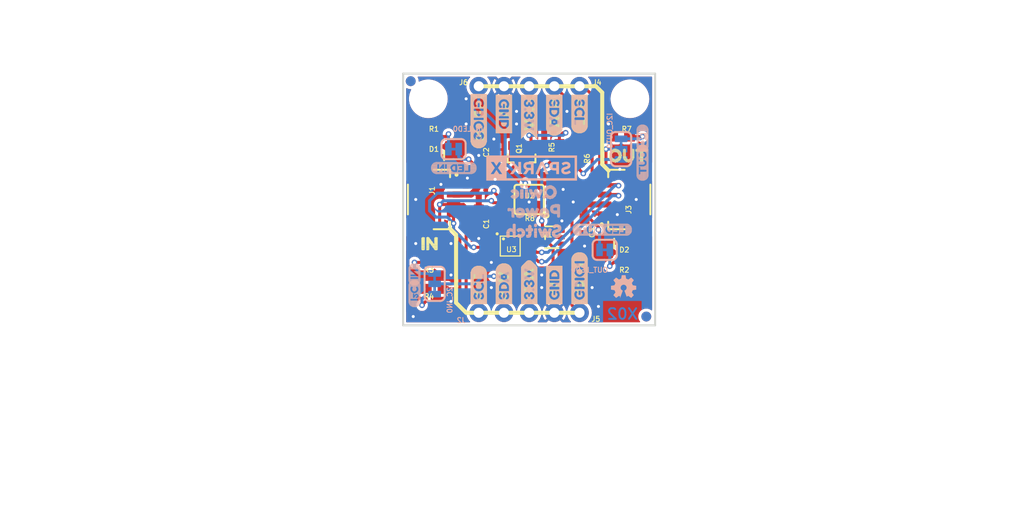
<source format=kicad_pcb>
(kicad_pcb (version 20211014) (generator pcbnew)
  (layers (0 "F.Cu" signal) (31 "B.Cu" signal) (34 "B.Paste" user) (35 "F.Paste" user) (36 "B.SilkS" user "B.Silkscreen") (37 "F.SilkS" user "F.Silkscreen") (38 "B.Mask" user) (39 "F.Mask" user) (44 "Edge.Cuts" user))
  (net 0 "")
  (net 1 "3.3V")
  (net 2 "GND")
  (net 3 "N$1")
  (net 4 "N$2")
  (net 5 "N$3")
  (net 6 "N$9")
  (net 7 "N$4")
  (net 8 "SDA")
  (net 9 "SCL")
  (net 10 "N$7")
  (net 11 "VOUT")
  (net 12 "GPIO0")
  (net 13 "N$5")
  (net 14 "N$6")
  (net 15 "GPIO1")
  (net 16 "GPIO2")
  (net 17 "N$8")
  (net 18 "N$10")
  (net 19 "SDA_OUT")
  (net 20 "SCL_OUT")
  (net 21 "N$12")
  (net 22 "GPIO3")
  (footprint "eagleBoard:1X01_NO_SILK" (layer "F.Cu") (at 153.5811 116.4336)
    (fp_text reference "J5" (at 1.143 0.635) (layer "F.SilkS") (effects (font (size 0.512064 0.512064) (thickness 0.097536)) (justify left)))
    (fp_text value "")
    (pad "1" thru_hole circle (at 0 0 90) (size 1.8796 1.8796) (drill 1.016) (layers *.Cu *.Mask) (net 15 "GPIO1"))
  )
  (footprint "eagleBoard:JST04_1MM_RA" (layer "F.Cu") (at 140.8811 105.0036 -90)
    (fp_text reference "J1" (at -1.397 2.159 90) (layer "F.SilkS") (effects (font (size 0.512064 0.512064) (thickness 0.097536)) (justify right)))
    (fp_text value "Qwiic Right Angle" hide)
    (pad "1" smd roundrect (at -1.5 0 270) (size 0.6 1.35) (layers "F.Cu" "F.Paste" "F.Mask") (roundrect_rratio 0.08466666667) (net 2 "GND"))
    (pad "2" smd roundrect (at -0.5 0 270) (size 0.6 1.35) (layers "F.Cu" "F.Paste" "F.Mask") (roundrect_rratio 0.08466666667) (net 1 "3.3V"))
    (pad "3" smd roundrect (at 0.5 0 270) (size 0.6 1.35) (layers "F.Cu" "F.Paste" "F.Mask") (roundrect_rratio 0.08466666667) (net 8 "SDA"))
    (pad "4" smd roundrect (at 1.5 0 270) (size 0.6 1.35) (layers "F.Cu" "F.Paste" "F.Mask") (roundrect_rratio 0.08466666667) (net 9 "SCL"))
    (pad "NC1" smd roundrect (at 2.8 3.675 270) (size 1.2 2) (layers "F.Cu" "F.Paste" "F.Mask") (roundrect_rratio 0.04233333333))
    (pad "NC2" smd roundrect (at -2.8 3.675 270) (size 1.2 2) (layers "F.Cu" "F.Paste" "F.Mask") (roundrect_rratio 0.04233333333))
  )
  (footprint "eagleBoard:GPIO20" (layer "F.Cu") (at 143.4211 93.8276 -90)
    (fp_text reference "U$25" hide)
    (fp_text value "" hide)
  )
  (footprint "eagleBoard:3#3V0" (layer "F.Cu") (at 148.5011 93.9546 -90)
    (fp_text reference "U$12" hide)
    (fp_text value "" hide)
  )
  (footprint "eagleBoard:LED-0603" (layer "F.Cu") (at 158.6611 109.4486 180)
    (fp_text reference "D2" (at 0 -0.635) (layer "F.SilkS") (effects (font (size 0.512064 0.512064) (thickness 0.097536)) (justify right)))
    (fp_text value "GREEN" hide)
    (pad "A" smd roundrect (at -0.877 0 90) (size 1 1) (layers "F.Cu" "F.Paste" "F.Mask") (roundrect_rratio 0.15) (net 6 "N$9"))
    (pad "C" smd roundrect (at 0.877 0 90) (size 1 1) (layers "F.Cu" "F.Paste" "F.Mask") (roundrect_rratio 0.15) (net 2 "GND"))
  )
  (footprint "eagleBoard:IN0" (layer "F.Cu") (at 136.4361 109.4486)
    (fp_text reference "U$28" hide)
    (fp_text value "" hide)
  )
  (footprint "eagleBoard:MSOP8" (layer "F.Cu") (at 148.5011 105.0036 180)
    (fp_text reference "U2" (at -0.635 0.381) (layer "F.SilkS") (effects (font (size 0.516128 0.516128) (thickness 0.093472)) (justify right)))
    (fp_text value "PCA9536" hide)
    (pad "1" smd roundrect (at -2.25 -0.975 90) (size 0.4 1.1) (layers "F.Cu" "F.Paste" "F.Mask") (roundrect_rratio 0.127) (net 12 "GPIO0"))
    (pad "2" smd roundrect (at -2.25 -0.325 90) (size 0.4 1.1) (layers "F.Cu" "F.Paste" "F.Mask") (roundrect_rratio 0.127) (net 15 "GPIO1"))
    (pad "3" smd roundrect (at -2.25 0.325 90) (size 0.4 1.1) (layers "F.Cu" "F.Paste" "F.Mask") (roundrect_rratio 0.127) (net 16 "GPIO2"))
    (pad "4" smd roundrect (at -2.25 0.975 90) (size 0.4 1.1) (layers "F.Cu" "F.Paste" "F.Mask") (roundrect_rratio 0.127) (net 2 "GND"))
    (pad "5" smd roundrect (at 2.25 0.975 90) (size 0.4 1.1) (layers "F.Cu" "F.Paste" "F.Mask") (roundrect_rratio 0.127) (net 22 "GPIO3"))
    (pad "6" smd roundrect (at 2.25 0.325 90) (size 0.4 1.1) (layers "F.Cu" "F.Paste" "F.Mask") (roundrect_rratio 0.127) (net 9 "SCL"))
    (pad "7" smd roundrect (at 2.25 -0.325 90) (size 0.4 1.1) (layers "F.Cu" "F.Paste" "F.Mask") (roundrect_rratio 0.127) (net 8 "SDA"))
    (pad "8" smd roundrect (at 2.25 -0.975 90) (size 0.4 1.1) (layers "F.Cu" "F.Paste" "F.Mask") (roundrect_rratio 0.127) (net 1 "3.3V"))
  )
  (footprint "eagleBoard:3#3V0" (layer "F.Cu") (at 148.5011 116.0526 90)
    (fp_text reference "U$23" hide)
    (fp_text value "" hide)
  )
  (footprint "eagleBoard:VSSOP_8PIN" (layer "F.Cu") (at 146.5961 109.7026)
    (fp_text reference "U3" (at -0.458 0.344) (layer "F.SilkS") (effects (font (size 0.5176 0.5176) (thickness 0.092)) (justify left)))
    (fp_text value "")
    (pad "P1" smd roundrect (at -1.55 -0.75) (size 0.8 0.3) (layers "F.Cu") (roundrect_rratio 0.1693333333) (net 2 "GND"))
    (pad "P2" smd roundrect (at -1.55 -0.25) (size 0.8 0.3) (layers "F.Cu") (roundrect_rratio 0.1693333333) (net 1 "3.3V"))
    (pad "P3" smd roundrect (at -1.55 0.25) (size 0.8 0.3) (layers "F.Cu") (roundrect_rratio 0.1693333333) (net 9 "SCL"))
    (pad "P4" smd roundrect (at -1.55 0.75) (size 0.8 0.3) (layers "F.Cu") (roundrect_rratio 0.1693333333) (net 8 "SDA"))
    (pad "P5" smd roundrect (at 1.55 0.75) (size 0.8 0.3) (layers "F.Cu") (roundrect_rratio 0.1693333333) (net 19 "SDA_OUT"))
    (pad "P6" smd roundrect (at 1.55 0.25) (size 0.8 0.3) (layers "F.Cu") (roundrect_rratio 0.1693333333) (net 20 "SCL_OUT"))
    (pad "P7" smd roundrect (at 1.55 -0.25) (size 0.8 0.3) (layers "F.Cu") (roundrect_rratio 0.1693333333) (net 21 "N$12"))
    (pad "P8" smd roundrect (at 1.55 -0.75) (size 0.8 0.3) (layers "F.Cu") (roundrect_rratio 0.1693333333) (net 22 "GPIO3"))
  )
  (footprint "eagleBoard:1X04_NO_SILK" (layer "F.Cu") (at 145.9611 93.5736)
    (fp_text reference "J4" (at 8.89 -0.381) (layer "F.SilkS") (effects (font (size 0.512064 0.512064) (thickness 0.097536)) (justify left)))
    (fp_text value "PTH" hide)
    (pad "1" thru_hole circle (at 0 0 90) (size 1.8796 1.8796) (drill 1.016) (layers *.Cu *.Mask) (net 2 "GND"))
    (pad "2" thru_hole circle (at 2.54 0 90) (size 1.8796 1.8796) (drill 1.016) (layers *.Cu *.Mask) (net 11 "VOUT"))
    (pad "3" thru_hole circle (at 5.08 0 90) (size 1.8796 1.8796) (drill 1.016) (layers *.Cu *.Mask) (net 19 "SDA_OUT"))
    (pad "4" thru_hole circle (at 7.62 0 90) (size 1.8796 1.8796) (drill 1.016) (layers *.Cu *.Mask) (net 20 "SCL_OUT"))
  )
  (footprint "eagleBoard:JST04_1MM_RA" (layer "F.Cu") (at 156.1211 105.0036 90)
    (fp_text reference "J3" (at -1.524 2.413 90) (layer "F.SilkS") (effects (font (size 0.512064 0.512064) (thickness 0.097536)) (justify left)))
    (fp_text value "Qwiic Right Angle" hide)
    (pad "1" smd roundrect (at -1.5 0 90) (size 0.6 1.35) (layers "F.Cu" "F.Paste" "F.Mask") (roundrect_rratio 0.08466666667) (net 2 "GND"))
    (pad "2" smd roundrect (at -0.5 0 90) (size 0.6 1.35) (layers "F.Cu" "F.Paste" "F.Mask") (roundrect_rratio 0.08466666667) (net 11 "VOUT"))
    (pad "3" smd roundrect (at 0.5 0 90) (size 0.6 1.35) (layers "F.Cu" "F.Paste" "F.Mask") (roundrect_rratio 0.08466666667) (net 19 "SDA_OUT"))
    (pad "4" smd roundrect (at 1.5 0 90) (size 0.6 1.35) (layers "F.Cu" "F.Paste" "F.Mask") (roundrect_rratio 0.08466666667) (net 20 "SCL_OUT"))
    (pad "NC1" smd roundrect (at 2.8 3.675 90) (size 1.2 2) (layers "F.Cu" "F.Paste" "F.Mask") (roundrect_rratio 0.04233333333))
    (pad "NC2" smd roundrect (at -2.8 3.675 90) (size 1.2 2) (layers "F.Cu" "F.Paste" "F.Mask") (roundrect_rratio 0.04233333333))
  )
  (footprint "eagleBoard:SCL9" (layer "F.Cu") (at 143.4211 116.0526 90)
    (fp_text reference "U$17" hide)
    (fp_text value "" hide)
  )
  (footprint "eagleBoard:0603" (layer "F.Cu") (at 154.0891 107.7976 -90)
    (fp_text reference "C3" (at 0 -0.762 90) (layer "F.SilkS") (effects (font (size 0.512064 0.512064) (thickness 0.097536)) (justify right)))
    (fp_text value "0.1uF" hide)
    (pad "1" smd roundrect (at -0.85 0 270) (size 1.1 1) (layers "F.Cu" "F.Paste" "F.Mask") (roundrect_rratio 0.0508) (net 11 "VOUT"))
    (pad "2" smd roundrect (at 0.85 0 270) (size 1.1 1) (layers "F.Cu" "F.Paste" "F.Mask") (roundrect_rratio 0.0508) (net 2 "GND"))
  )
  (footprint "eagleBoard:0603" (layer "F.Cu") (at 158.6611 111.3536 180)
    (fp_text reference "R2" (at 0 -0.762) (layer "F.SilkS") (effects (font (size 0.512064 0.512064) (thickness 0.097536)) (justify right)))
    (fp_text value "470" hide)
    (pad "1" smd roundrect (at -0.85 0 180) (size 1.1 1) (layers "F.Cu" "F.Paste" "F.Mask") (roundrect_rratio 0.0508) (net 6 "N$9"))
    (pad "2" smd roundrect (at 0.85 0 180) (size 1.1 1) (layers "F.Cu" "F.Paste" "F.Mask") (roundrect_rratio 0.0508) (net 10 "N$7"))
  )
  (footprint "eagleBoard:LED-0603" (layer "F.Cu") (at 138.3411 100.5586)
    (fp_text reference "D1" (at 0 -0.635) (layer "F.SilkS") (effects (font (size 0.512064 0.512064) (thickness 0.097536)) (justify left)))
    (fp_text value "RED" hide)
    (pad "A" smd roundrect (at -0.877 0 270) (size 1 1) (layers "F.Cu" "F.Paste" "F.Mask") (roundrect_rratio 0.15) (net 5 "N$3"))
    (pad "C" smd roundrect (at 0.877 0 270) (size 1 1) (layers "F.Cu" "F.Paste" "F.Mask") (roundrect_rratio 0.15) (net 2 "GND"))
  )
  (footprint "eagleBoard:0603" (layer "F.Cu") (at 157.7721 98.6536)
    (fp_text reference "R7" (at 0 -0.762) (layer "F.SilkS") (effects (font (size 0.512064 0.512064) (thickness 0.097536)) (justify left)))
    (fp_text value "2.2k" hide)
    (pad "1" smd roundrect (at -0.85 0) (size 1.1 1) (layers "F.Cu" "F.Paste" "F.Mask") (roundrect_rratio 0.0508) (net 20 "SCL_OUT"))
    (pad "2" smd roundrect (at 0.85 0) (size 1.1 1) (layers "F.Cu" "F.Paste" "F.Mask") (roundrect_rratio 0.0508) (net 17 "N$8"))
  )
  (footprint "eagleBoard:SDA8" (layer "F.Cu") (at 145.9611 116.0526 90)
    (fp_text reference "U$15" hide)
    (fp_text value "" hide)
  )
  (footprint "eagleBoard:GPIO10" (layer "F.Cu") (at 153.5811 116.0526 90)
    (fp_text reference "U$24" hide)
    (fp_text value "" hide)
  )
  (footprint "eagleBoard:0603" (layer "F.Cu") (at 138.3411 98.6536)
    (fp_text reference "R1" (at 0 -0.762) (layer "F.SilkS") (effects (font (size 0.512064 0.512064) (thickness 0.097536)) (justify left)))
    (fp_text value "1k" hide)
    (pad "1" smd roundrect (at -0.85 0) (size 1.1 1) (layers "F.Cu" "F.Paste" "F.Mask") (roundrect_rratio 0.0508) (net 5 "N$3"))
    (pad "2" smd roundrect (at 0.85 0) (size 1.1 1) (layers "F.Cu" "F.Paste" "F.Mask") (roundrect_rratio 0.0508) (net 7 "N$4"))
  )
  (footprint "eagleBoard:0603" (layer "F.Cu") (at 151.5491 100.3046 90)
    (fp_text reference "R5" (at 0 -0.762 90) (layer "F.SilkS") (effects (font (size 0.512064 0.512064) (thickness 0.097536)) (justify left)))
    (fp_text value "1k" hide)
    (pad "1" smd roundrect (at -0.85 0 90) (size 1.1 1) (layers "F.Cu" "F.Paste" "F.Mask") (roundrect_rratio 0.0508) (net 13 "N$5"))
    (pad "2" smd roundrect (at 0.85 0 90) (size 1.1 1) (layers "F.Cu" "F.Paste" "F.Mask") (roundrect_rratio 0.0508) (net 14 "N$6"))
  )
  (footprint "eagleBoard:0603" (layer "F.Cu") (at 143.4211 106.9086 -90)
    (fp_text reference "C1" (at 0 -0.762 90) (layer "F.SilkS") (effects (font (size 0.512064 0.512064) (thickness 0.097536)) (justify right)))
    (fp_text value "0.1uF" hide)
    (pad "1" smd roundrect (at -0.85 0 270) (size 1.1 1) (layers "F.Cu" "F.Paste" "F.Mask") (roundrect_rratio 0.0508) (net 1 "3.3V"))
    (pad "2" smd roundrect (at 0.85 0 270) (size 1.1 1) (layers "F.Cu" "F.Paste" "F.Mask") (roundrect_rratio 0.0508) (net 2 "GND"))
  )
  (footprint "eagleBoard:SOT353" (layer "F.Cu") (at 150.7871 108.8136 90)
    (fp_text reference "U1" (at 0.254 0.127) (layer "F.SilkS") (effects (font (size 0.512064 0.512064) (thickness 0.097536)) (justify right)))
    (fp_text value "74HC1G04" hide)
    (pad "1" smd roundrect (at -0.65 0.95 90) (size 0.42 0.7) (layers "F.Cu" "F.Paste" "F.Mask") (roundrect_rratio 0.120952381))
    (pad "2" smd roundrect (at 0 0.95 90) (size 0.42 0.7) (layers "F.Cu" "F.Paste" "F.Mask") (roundrect_rratio 0.120952381) (net 12 "GPIO0"))
    (pad "3" smd roundrect (at 0.65 0.95 90) (size 0.42 0.7) (layers "F.Cu" "F.Paste" "F.Mask") (roundrect_rratio 0.120952381) (net 2 "GND"))
    (pad "4" smd roundrect (at 0.65 -0.95 90) (size 0.42 0.7) (layers "F.Cu" "F.Paste" "F.Mask") (roundrect_rratio 0.120952381) (net 13 "N$5"))
    (pad "5" smd roundrect (at -0.65 -0.95 90) (size 0.42 0.7) (layers "F.Cu" "F.Paste" "F.Mask") (roundrect_rratio 0.120952381) (net 1 "3.3V"))
  )
  (footprint "eagleBoard:SCL9" (layer "F.Cu") (at 153.5811 93.9546 -90)
    (fp_text reference "U$6" hide)
    (fp_text value "" hide)
  )
  (footprint "eagleBoard:0603" (layer "F.Cu") (at 146.5961 107.5436 180)
    (fp_text reference "R8" (at -2.54 0.635) (layer "F.SilkS") (effects (font (size 0.512064 0.512064) (thickness 0.097536)) (justify right)))
    (fp_text value "200k" hide)
    (pad "1" smd roundrect (at -0.85 0 180) (size 1.1 1) (layers "F.Cu" "F.Paste" "F.Mask") (roundrect_rratio 0.0508) (net 21 "N$12"))
    (pad "2" smd roundrect (at 0.85 0 180) (size 1.1 1) (layers "F.Cu" "F.Paste" "F.Mask") (roundrect_rratio 0.0508) (net 1 "3.3V"))
  )
  (footprint "eagleBoard:1X01_NO_SILK" (layer "F.Cu") (at 143.4211 93.5736)
    (fp_text reference "J6" (at -2.032 -0.381) (layer "F.SilkS") (effects (font (size 0.512064 0.512064) (thickness 0.097536)) (justify left)))
    (fp_text value "")
    (pad "1" thru_hole circle (at 0 0 90) (size 1.8796 1.8796) (drill 1.016) (layers *.Cu *.Mask) (net 16 "GPIO2"))
  )
  (footprint "eagleBoard:0603" (layer "F.Cu") (at 144.9451 100.8126 90)
    (fp_text reference "C2" (at 0 -0.762 90) (layer "F.SilkS") (effects (font (size 0.512064 0.512064) (thickness 0.097536)) (justify left)))
    (fp_text value "10uF" hide)
    (pad "1" smd roundrect (at -0.85 0 90) (size 1.1 1) (layers "F.Cu" "F.Paste" "F.Mask") (roundrect_rratio 0.0508) (net 1 "3.3V"))
    (pad "2" smd roundrect (at 0.85 0 90) (size 1.1 1) (layers "F.Cu" "F.Paste" "F.Mask") (roundrect_rratio 0.0508) (net 2 "GND"))
  )
  (footprint "eagleBoard:STAND-OFF" (layer "F.Cu") (at 158.6611 94.8436)
    (fp_text reference "JP4" hide)
    (fp_text value "STAND-OFF" hide)
    (pad "" np_thru_hole circle (at 0 0) (size 3.302 3.302) (drill 3.302) (layers *.Cu *.Mask))
  )
  (footprint "eagleBoard:OUT0" (layer "F.Cu") (at 155.3591 100.5586)
    (fp_text reference "U$31" hide)
    (fp_text value "" hide)
  )
  (footprint "eagleBoard:FIDUCIAL-1X2" (layer "F.Cu") (at 160.3121 116.8146)
    (fp_text reference "JP2" hide)
    (fp_text value "FIDUCIAL1X2" hide)
    (pad "1" smd roundrect (at 0 0) (size 1 1) (layers "F.Cu" "F.Mask") (roundrect_rratio 0.5))
  )
  (footprint "eagleBoard:0603" (layer "F.Cu") (at 153.5811 100.3046 -90)
    (fp_text reference "R6" (at 0 -0.762 90) (layer "F.SilkS") (effects (font (size 0.512064 0.512064) (thickness 0.097536)) (justify right)))
    (fp_text value "2.2k" hide)
    (pad "1" smd roundrect (at -0.85 0 270) (size 1.1 1) (layers "F.Cu" "F.Paste" "F.Mask") (roundrect_rratio 0.0508) (net 19 "SDA_OUT"))
    (pad "2" smd roundrect (at 0.85 0 270) (size 1.1 1) (layers "F.Cu" "F.Paste" "F.Mask") (roundrect_rratio 0.0508) (net 18 "N$10"))
  )
  (footprint "eagleBoard:0603" (layer "F.Cu") (at 138.9761 111.3536 180)
    (fp_text reference "R3" (at 0 -0.762) (layer "F.SilkS") (effects (font (size 0.512064 0.512064) (thickness 0.097536)) (justify right)))
    (fp_text value "2.2k" hide)
    (pad "1" smd roundrect (at -0.85 0 180) (size 1.1 1) (layers "F.Cu" "F.Paste" "F.Mask") (roundrect_rratio 0.0508) (net 8 "SDA"))
    (pad "2" smd roundrect (at 0.85 0 180) (size 1.1 1) (layers "F.Cu" "F.Paste" "F.Mask") (roundrect_rratio 0.0508) (net 4 "N$2"))
  )
  (footprint "eagleBoard:0603" (layer "F.Cu") (at 138.9761 114.0206 180)
    (fp_text reference "R4" (at 0 -0.762) (layer "F.SilkS") (effects (font (size 0.512064 0.512064) (thickness 0.097536)) (justify right)))
    (fp_text value "2.2k" hide)
    (pad "1" smd roundrect (at -0.85 0 180) (size 1.1 1) (layers "F.Cu" "F.Paste" "F.Mask") (roundrect_rratio 0.0508) (net 9 "SCL"))
    (pad "2" smd roundrect (at 0.85 0 180) (size 1.1 1) (layers "F.Cu" "F.Paste" "F.Mask") (roundrect_rratio 0.0508) (net 3 "N$1"))
  )
  (footprint "eagleBoard:GND1" (layer "F.Cu") (at 151.0411 116.0526 90)
    (fp_text reference "U$13" hide)
    (fp_text value "" hide)
  )
  (footprint "eagleBoard:SDA8" (layer "F.Cu") (at 151.0411 93.9546 -90)
    (fp_text reference "U$5" hide)
    (fp_text value "" hide)
  )
  (footprint "eagleBoard:FIDUCIAL-1X2" (layer "F.Cu") (at 136.5631 93.0656)
    (fp_text reference "JP6" hide)
    (fp_text value "FIDUCIAL1X2" hide)
    (pad "1" smd roundrect (at 0 0) (size 1 1) (layers "F.Cu" "F.Mask") (roundrect_rratio 0.5))
  )
  (footprint "eagleBoard:GND1" (layer "F.Cu") (at 145.9611 93.9546 -90)
    (fp_text reference "U$3" hide)
    (fp_text value "" hide)
  )
  (footprint "eagleBoard:SOT23-3" (layer "F.Cu") (at 147.7391 100.5586 180)
    (fp_text reference "Q1" (at 0.254 1.27 90) (layer "F.SilkS") (effects (font (size 0.512064 0.512064) (thickness 0.097536)) (justify right)))
    (fp_text value "20V/4.2A/52mΩ/1.4W" hide)
    (pad "1" smd roundrect (at -0.95 1 180) (size 0.8 0.9) (layers "F.Cu" "F.Paste" "F.Mask") (roundrect_rratio 0.0635) (net 14 "N$6"))
    (pad "2" smd roundrect (at 0.95 1 180) (size 0.8 0.9) (layers "F.Cu" "F.Paste" "F.Mask") (roundrect_rratio 0.0635) (net 1 "3.3V"))
    (pad "3" smd roundrect (at 0 -1.1 180) (size 0.8 0.9) (layers "F.Cu" "F.Paste" "F.Mask") (roundrect_rratio 0.0635) (net 11 "VOUT"))
  )
  (footprint "eagleBoard:STAND-OFF" (layer "F.Cu") (at 138.3411 94.8436)
    (fp_text reference "JP3" hide)
    (fp_text value "STAND-OFF" hide)
    (pad "" np_thru_hole circle (at 0 0) (size 3.302 3.302) (drill 3.302) (layers *.Cu *.Mask))
  )
  (footprint "eagleBoard:CREATIVE_COMMONS" (layer "F.Cu") (at 115.4811 135.4836)
    (fp_text reference "FRAME1" hide)
    (fp_text value "FRAME-LETTER" hide)
  )
  (footprint "eagleBoard:3#3V0" (layer "B.Cu") (at 148.5011 93.9546 -90)
    (fp_text reference "U$7" hide)
    (fp_text value "" hide)
  )
  (footprint "eagleBoard:SMT-JUMPER_2_NC_TRACE_SILK" (layer "B.Cu") (at 156.1211 110.0836 180)
    (fp_text reference "OUT_LED0" (at -0.381 -2.032) (layer "B.SilkS") (effects (font (size 0.512064 0.512064) (thickness 0.097536)) (justify left mirror)))
    (fp_text value "OUT_LED" hide)
    (fp_poly (pts (xy 0.1905 -0.13335) (xy -0.70485 -0.13335) (xy -0.70485 0.13335) (xy 0.1905 0.13335)) (layer "B.Cu") (width 0) (fill solid))
    (pad "1" smd roundrect (at -0.5207 0 180) (size 0.6604 1.27) (layers "B.Cu" "B.Mask") (roundrect_rratio 0.07692307692) (net 10 "N$7"))
    (pad "2" smd roundrect (at 0.5207 0 180) (size 0.6604 1.27) (layers "B.Cu" "B.Mask") (roundrect_rratio 0.07692307692) (net 11 "VOUT"))
  )
  (footprint "eagleBoard:OUT0" (layer "B.Cu") (at 159.9311 99.4156 -90)
    (fp_text reference "U$14" hide)
    (fp_text value "" hide)
  )
  (footprint "eagleBoard:POWER0" (layer "B.Cu") (at 152.8191 106.1466 180)
    (fp_text reference "U$32" hide)
    (fp_text value "" hide)
  )
  (footprint "eagleBoard:IN0" (layer "B.Cu") (at 136.9441 113.7666 90)
    (fp_text reference "U$1" hide)
    (fp_text value "" hide)
  )
  (footprint "eagleBoard:LED_OUT0" (layer "B.Cu") (at 158.9151 108.0516 180)
    (fp_text reference "U$30" hide)
    (fp_text value "" hide)
  )
  (footprint "eagleBoard:SCL9" (layer "B.Cu") (at 153.5811 93.9546 -90)
    (fp_text reference "U$26" hide)
    (fp_text value "" hide)
  )
  (footprint "eagleBoard:SMT-JUMPER_3_2-NC_TRACE_SILK" (layer "B.Cu") (at 157.7721 99.9236 -90)
    (fp_text reference "I2C_OUT0" (at 0 1.143 -270) (layer "B.SilkS") (effects (font (size 0.512064 0.512064) (thickness 0.097536)) (justify right mirror)))
    (fp_text value "JUMPER-SMT_3_2-NC_TRACE_SILK" hide)
    (fp_poly (pts (xy 0.7112 -0.13335) (xy -0.7112 -0.13335) (xy -0.7112 0.13335) (xy 0.7112 0.13335)) (layer "B.Cu") (width 0) (fill solid))
    (pad "1" smd roundrect (at -1.0414 0 270) (size 0.6604 1.27) (layers "B.Cu" "B.Mask") (roundrect_rratio 0.07692307692) (net 17 "N$8"))
    (pad "2" smd roundrect (at 0 0 270) (size 0.6604 1.27) (layers "B.Cu" "B.Mask") (roundrect_rratio 0.07692307692) (net 11 "VOUT"))
    (pad "3" smd roundrect (at 1.0414 0 270) (size 0.6604 1.27) (layers "B.Cu" "B.Mask") (roundrect_rratio 0.07692307692) (net 18 "N$10"))
  )
  (footprint "eagleBoard:LED_IN0" (layer "B.Cu") (at 143.2941 101.8286 180)
    (fp_text reference "U$29" hide)
    (fp_text value "" hide)
  )
  (footprint "eagleBoard:SMT-JUMPER_2_NC_TRACE_SILK" (layer "B.Cu") (at 140.8811 99.9236)
    (fp_text reference "IN_LED0" (at -0.127 -2.032) (layer "B.SilkS") (effects (font (size 0.512064 0.512064) (thickness 0.097536)) (justify right mirror)))
    (fp_text value "IN_LED" hide)
    (fp_poly (pts (xy 0.1905 -0.13335) (xy -0.70485 -0.13335) (xy -0.70485 0.13335) (xy 0.1905 0.13335)) (layer "B.Cu") (width 0) (fill solid))
    (pad "1" smd roundrect (at -0.5207 0) (size 0.6604 1.27) (layers "B.Cu" "B.Mask") (roundrect_rratio 0.07692307692) (net 7 "N$4"))
    (pad "2" smd roundrect (at 0.5207 0) (size 0.6604 1.27) (layers "B.Cu" "B.Mask") (roundrect_rratio 0.07692307692) (net 1 "3.3V"))
  )
  (footprint "eagleBoard:SDA8" (layer "B.Cu") (at 151.0411 93.9546 -90)
    (fp_text reference "U$27" hide)
    (fp_text value "" hide)
  )
  (footprint "eagleBoard:SPARKX-MEDIUM" (layer "B.Cu") (at 148.7551 101.8286 180)
    (fp_text reference "U$2" hide)
    (fp_text value "SPARKX-LOGO4" hide)
  )
  (footprint "eagleBoard:FIDUCIAL-1X2" (layer "B.Cu") (at 160.3121 116.8146 180)
    (fp_text reference "JP5" hide)
    (fp_text value "FIDUCIAL1X2" hide)
    (pad "1" smd roundrect (at 0 0 180) (size 1 1) (layers "B.Cu" "B.Mask") (roundrect_rratio 0.5))
  )
  (footprint "eagleBoard:GPIO20" (layer "B.Cu") (at 143.4211 93.8276 -90)
    (fp_text reference "U$20" hide)
    (fp_text value "" hide)
  )
  (footprint "eagleBoard:QWIIC0" (layer "B.Cu") (at 152.4381 104.2416 180)
    (fp_text reference "U$19" hide)
    (fp_text value "" hide)
  )
  (footprint "eagleBoard:1X04_NO_SILK" (layer "B.Cu") (at 151.0411 116.4336 180)
    (fp_text reference "J2" (at 8.89 -0.762) (layer "B.SilkS") (effects (font (size 0.512064 0.512064) (thickness 0.097536)) (justify left mirror)))
    (fp_text value "PTH" hide)
    (pad "1" thru_hole circle (at 0 0 90) (size 1.8796 1.8796) (drill 1.016) (layers *.Cu *.Mask) (net 2 "GND"))
    (pad "2" thru_hole circle (at 2.54 0 90) (size 1.8796 1.8796) (drill 1.016) (layers *.Cu *.Mask) (net 1 "3.3V"))
    (pad "3" thru_hole circle (at 5.08 0 90) (size 1.8796 1.8796) (drill 1.016) (layers *.Cu *.Mask) (net 8 "SDA"))
    (pad "4" thru_hole circle (at 7.62 0 90) (size 1.8796 1.8796) (drill 1.016) (layers *.Cu *.Mask) (net 9 "SCL"))
  )
  (footprint "eagleBoard:I_SUPER2_C-()-03" (layer "B.Cu") (at 136.9441 115.9256 90)
    (fp_text reference "U$10" hide)
    (fp_text value "" hide)
  )
  (footprint "eagleBoard:3#3V0" (layer "B.Cu") (at 148.5011 116.0526 90)
    (fp_text reference "U$4" hide)
    (fp_text value "" hide)
  )
  (footprint "eagleBoard:SDA8" (layer "B.Cu") (at 145.9611 116.0526 90)
    (fp_text reference "U$11" hide)
    (fp_text value "" hide)
  )
  (footprint "eagleBoard:GPIO10" (layer "B.Cu") (at 153.5811 116.0526 90)
    (fp_text reference "U$16" hide)
    (fp_text value "" hide)
  )
  (footprint "eagleBoard:GND1" (layer "B.Cu") (at 151.0411 116.0526 90)
    (fp_text reference "U$8" hide)
    (fp_text value "" hide)
  )
  (footprint "eagleBoard:FIDUCIAL-1X2" (layer "B.Cu") (at 136.5631 93.0656 180)
    (fp_text reference "JP1" hide)
    (fp_text value "FIDUCIAL1X2" hide)
    (pad "1" smd roundrect (at 0 0 180) (size 1 1) (layers "B.Cu" "B.Mask") (roundrect_rratio 0.5))
  )
  (footprint "eagleBoard:SWITCH0" (layer "B.Cu") (at 152.9461 108.1786 180)
    (fp_text reference "U$34" hide)
    (fp_text value "" hide)
  )
  (footprint "eagleBoard:OSHW-LOGO-MINI" (layer "B.Cu") (at 158.0261 113.8936 180)
    (fp_text reference "LOGO1" hide)
    (fp_text value "OSHW-LOGOMINI" hide)
  )
  (footprint "eagleBoard:SMT-JUMPER_3_2-NC_TRACE_SILK" (layer "B.Cu") (at 138.9761 113.5126 90)
    (fp_text reference "I2C_IN0" (at 0 1.524 90) (layer "B.SilkS") (effects (font (size 0.512064 0.512064) (thickness 0.097536)) (justify left mirror)))
    (fp_text value "JUMPER-SMT_3_2-NC_TRACE_SILK" hide)
    (fp_poly (pts (xy 0.7112 -0.13335) (xy -0.7112 -0.13335) (xy -0.7112 0.13335) (xy 0.7112 0.13335)) (layer "B.Cu") (width 0) (fill solid))
    (pad "1" smd roundrect (at -1.0414 0 90) (size 0.6604 1.27) (layers "B.Cu" "B.Mask") (roundrect_rratio 0.07692307692) (net 3 "N$1"))
    (pad "2" smd roundrect (at 0 0 90) (size 0.6604 1.27) (layers "B.Cu" "B.Mask") (roundrect_rratio 0.07692307692) (net 1 "3.3V"))
    (pad "3" smd roundrect (at 1.0414 0 90) (size 0.6604 1.27) (layers "B.Cu" "B.Mask") (roundrect_rratio 0.07692307692) (net 4 "N$2"))
  )
  (footprint "eagleBoard:GND1" (layer "B.Cu") (at 145.9611 93.9546 -90)
    (fp_text reference "U$22" hide)
    (fp_text value "" hide)
  )
  (footprint "eagleBoard:SCL9" (layer "B.Cu") (at 143.4211 116.0526 90)
    (fp_text reference "U$9" hide)
    (fp_text value "" hide)
  )
  (footprint "eagleBoard:I_SUPER2_C-()-03" (layer "B.Cu") (at 159.9311 97.3836 -90)
    (fp_text reference "U$18" hide)
    (fp_text value "" hide)
  )
  (gr_line (start 142.1511 116.4336) (end 153.5811 116.4336) (layer "F.SilkS") (width 0.4064))
  (gr_line (start 140.5001 107.9246) (end 141.1351 108.5596) (layer "F.SilkS") (width 0.4064))
  (gr_line (start 155.2321 93.5736) (end 143.4211 93.5736) (layer "F.SilkS") (width 0.4064))
  (gr_line (start 155.8671 94.2086) (end 155.2321 93.5736) (layer "F.SilkS") (width 0.4064))
  (gr_line (start 156.5021 102.0826) (end 155.8671 101.4476) (layer "F.SilkS") (width 0.4064))
  (gr_line (start 155.8671 101.4476) (end 155.8671 94.2086) (layer "F.SilkS") (width 0.4064))
  (gr_line (start 141.1351 108.5596) (end 141.1351 115.4176) (layer "F.SilkS") (width 0.4064))
  (gr_line (start 141.1351 115.4176) (end 142.1511 116.4336) (layer "F.SilkS") (width 0.4064))
  (gr_line (start 161.2011 92.3036) (end 161.2011 117.7036) (layer "Edge.Cuts") (width 0.2032))
  (gr_line (start 135.8011 92.3036) (end 161.2011 92.3036) (layer "Edge.Cuts") (width 0.2032))
  (gr_line (start 161.2011 117.7036) (end 135.8011 117.7036) (layer "Edge.Cuts") (width 0.2032))
  (gr_line (start 135.8011 117.7036) (end 135.8011 92.3036) (layer "Edge.Cuts") (width 0.2032))
  (gr_text "X02" (at 157.8991 116.5606) (layer "B.Cu") (effects (font (size 1.0795 1.0795) (thickness 0.1905)) (justify mirror)))
  (segment (start 142.6511 104.5036) (end 143.0401 104.1146) (width 0.6096) (layer "F.Cu") (net 1))
  (segment (start 146.2913 111.9124) (end 146.2151 111.9886) (width 0.3048) (layer "F.Cu") (net 1))
  (segment (start 143.4211 106.0586) (end 145.0231 106.0586) (width 0.6096) (layer "F.Cu") (net 1))
  (segment (start 144.0951 101.6626) (end 144.9451 101.6626) (width 0.6096) (layer "F.Cu") (net 1))
  (segment (start 145.0461 109.4526) (end 146.2111 109.4526) (width 0.3048) (layer "F.Cu") (net 1))
  (segment (start 143.6116 102.1461) (end 144.0951 101.6626) (width 0.6096) (layer "F.Cu") (net 1))
  (segment (start 150.9141 111.3536) (end 150.3553 111.9124) (width 0.3048) (layer "F.Cu") (net 1))
  (segment (start 140.8811 104.5036) (end 142.6511 104.5036) (width 0.6096) (layer "F.Cu") (net 1))
  (segment (start 150.5481 109.4636) (end 150.9141 109.8296) (width 0.3048) (layer "F.Cu") (net 1))
  (segment (start 146.2151 108.6866) (end 145.7461 108.2176) (width 0.6096) (layer "F.Cu") (net 1))
  (segment (start 142.4051 100.9396) (end 143.6116 102.1461) (width 0.3048) (layer "F.Cu") (net 1))
  (segment (start 143.2941 103.8606) (end 143.2941 102.4636) (width 0.6096) (layer "F.Cu") (net 1))
  (segment (start 146.2151 111.9886) (end 146.2151 109.4486) (width 0.6096) (layer "F.Cu") (net 1))
  (segment (start 143.2941 102.4636) (end 143.6116 102.1461) (width 0.6096) (layer "F.Cu") (net 1))
  (segment (start 143.0401 104.1536) (end 143.0401 104.1146) (width 0.3048) (layer "F.Cu") (net 1))
  (segment (start 146.7891 100.7466) (end 146.7891 99.5586) (width 0.6096) (layer "F.Cu") (net 1))
  (segment (start 146.0881 112.7506) (end 146.2151 112.8776) (width 0.3048) (layer "F.Cu") (net 1))
  (segment (start 145.7461 106.7816) (end 145.7461 107.5436) (width 0.6096) (layer "F.Cu") (net 1))
  (segment (start 146.2151 109.4486) (end 146.2151 108.6866) (width 0.6096) (layer "F.Cu") (net 1))
  (segment (start 145.2821 106.3176) (end 145.0231 106.0586) (width 0.6096) (layer "F.Cu") (net 1))
  (segment (start 148.5011 115.1636) (end 146.2151 112.8776) (width 0.6096) (layer "F.Cu") (net 1))
  (segment (start 143.4211 106.0586) (end 143.4211 104.5346) (width 0.6096) (layer "F.Cu") (net 1))
  (segment (start 143.4211 104.5346) (end 143.0401 104.1536) (width 0.6096) (layer "F.Cu") (net 1))
  (segment (start 145.7461 106.7816) (end 145.2821 106.3176) (width 0.6096) (layer "F.Cu") (net 1))
  (segment (start 145.6211 105.9786) (end 145.2821 106.3176) (width 0.3048) (layer "F.Cu") (net 1))
  (segment (start 144.9451 101.6626) (end 145.8731 101.6626) (width 0.6096) (layer "F.Cu") (net 1))
  (segment (start 148.5011 116.4336) (end 148.5011 115.1636) (width 0.6096) (layer "F.Cu") (net 1))
  (segment (start 146.2151 112.8776) (end 146.2151 111.9886) (width 0.6096) (layer "F.Cu") (net 1))
  (segment (start 146.2111 109.4526) (end 146.2151 109.4486) (width 0.3048) (layer "F.Cu") (net 1))
  (segment (start 150.3553 111.9124) (end 146.2913 111.9124) (width 0.3048) (layer "F.Cu") (net 1))
  (segment (start 150.9141 109.8296) (end 150.9141 111.3536) (width 0.3048) (layer "F.Cu") (net 1))
  (segment (start 143.0401 104.1146) (end 143.2941 103.8606) (width 0.6096) (layer "F.Cu") (net 1))
  (segment (start 145.7461 108.2176) (end 145.7461 107.5436) (width 0.6096) (layer "F.Cu") (net 1))
  (segment (start 145.8731 101.6626) (end 146.7891 100.7466) (width 0.6096) (layer "F.Cu") (net 1))
  (segment (start 146.2511 105.9786) (end 145.6211 105.9786) (width 0.3048) (layer "F.Cu") (net 1))
  (segment (start 144.9451 112.7506) (end 146.0881 112.7506) (width 0.3048) (layer "F.Cu") (net 1))
  (segment (start 149.8371 109.4636) (end 150.5481 109.4636) (width 0.3048) (layer "F.Cu") (net 1))
  (via (at 142.4051 100.9396) (size 0.5588) (drill 0.3048) (layers "F.Cu" "B.Cu") (net 1))
  (via (at 144.9451 112.7506) (size 0.5588) (drill 0.3048) (layers "F.Cu" "B.Cu") (net 1))
  (segment (start 141.6431 100.9396) (end 142.4051 100.9396) (width 0.3048) (layer "B.Cu") (net 1))
  (segment (start 141.4018 99.9236) (end 141.4018 100.6983) (width 0.3048) (layer "B.Cu") (net 1))
  (segment (start 141.6431 100.9396) (end 141.4018 100.6983) (width 0.3048) (layer "B.Cu") (net 1))
  (segment (start 138.9761 113.5126) (end 143.0401 113.5126) (width 0.3048) (layer "B.Cu") (net 1))
  (segment (start 143.0401 113.5126) (end 143.8021 112.7506) (width 0.3048) (layer "B.Cu") (net 1))
  (segment (start 143.8021 112.7506) (end 144.9451 112.7506) (width 0.3048) (layer "B.Cu") (net 1))
  (segment (start 143.4491 108.9686) (end 143.4211 108.9406) (width 0.3048) (layer "F.Cu") (net 2))
  (segment (start 151.8891 104.0286) (end 151.9301 103.9876) (width 0.3048) (layer "F.Cu") (net 2))
  (segment (start 150.7511 104.0286) (end 151.8891 104.0286) (width 0.3048) (layer "F.Cu") (net 2))
  (segment (start 145.0461 108.9526) (end 143.4651 108.9526) (width 0.3048) (layer "F.Cu") (net 2))
  (segment (start 139.2181 100.5586) (end 139.2181 103.0866) (width 0.6096) (layer "F.Cu") (net 2))
  (segment (start 154.0891 108.6476) (end 154.0891 109.7026) (width 0.6096) (layer "F.Cu") (net 2))
  (segment (start 136.271 116.2685) (end 136.271 110.2487) (width 0.3048) (layer "F.Cu") (net 2))
  (segment (start 157.3671 106.5036) (end 157.3911 106.5276) (width 0.6096) (layer "F.Cu") (net 2))
  (segment (start 151.7371 107.2286) (end 151.7371 108.1636) (width 0.3048) (layer "F.Cu") (net 2))
  (segment (start 157.7841 106.9206) (end 157.3911 106.5276) (width 0.6096) (layer "F.Cu") (net 2))
  (segment (start 139.6351 103.5036) (end 139.6111 103.4796) (width 0.6096) (layer "F.Cu") (net 2))
  (segment (start 140.8811 103.5036) (end 139.6351 103.5036) (width 0.6096) (layer "F.Cu") (net 2))
  (segment (start 151.8031 107.1626) (end 151.7371 107.2286) (width 0.3048) (layer "F.Cu") (net 2))
  (segment (start 136.271 110.2487) (end 137.0711 109.4486) (width 0.3048) (layer "F.Cu") (net 2))
  (segment (start 139.2181 103.0866) (end 139.6111 103.4796) (width 0.6096) (layer "F.Cu") (net 2))
  (segment (start 143.4211 107.7586) (end 143.4211 108.9406) (width 0.6096) (layer "F.Cu") (net 2))
  (segment (start 156.1211 106.5036) (end 157.3671 106.5036) (width 0.6096) (layer "F.Cu") (net 2))
  (segment (start 136.8171 116.8146) (end 136.271 116.2685) (width 0.3048) (layer "F.Cu") (net 2))
  (segment (start 143.4651 108.9526) (end 143.4491 108.9686) (width 0.3048) (layer "F.Cu") (net 2))
  (segment (start 144.9451 98.9076) (end 144.9451 99.9626) (width 0.6096) (layer "F.Cu") (net 2))
  (segment (start 157.7841 109.4486) (end 157.7841 106.9206) (width 0.6096) (layer "F.Cu") (net 2))
  (via (at 149.7711 112.6236) (size 0.5588) (drill 0.3048) (layers "F.Cu" "B.Cu") (net 2))
  (via (at 157.6451 101.9556) (size 0.5588) (drill 0.3048) (layers "F.Cu" "B.Cu") (net 2))
  (via (at 157.3911 106.5276) (size 0.5588) (drill 0.3048) (layers "F.Cu" "B.Cu") (net 2))
  (via (at 151.9301 103.9876) (size 0.5588) (drill 0.3048) (layers "F.Cu" "B.Cu") (net 2))
  (via (at 137.0711 109.4486) (size 0.5588) (drill 0.3048) (layers "F.Cu" "B.Cu") (net 2))
  (via (at 152.9461 105.2576) (size 0.5588) (drill 0.3048) (layers "F.Cu" "B.Cu") (net 2))
  (via (at 140.6271 112.6236) (size 0.5588) (drill 0.3048) (layers "F.Cu" "B.Cu") (net 2))
  (via (at 149.7711 113.8936) (size 0.5588) (drill 0.3048) (layers "F.Cu" "B.Cu") (net 2))
  (via (at 142.2781 102.8446) (size 0.5588) (drill 0.3048) (layers "F.Cu" "B.Cu") (net 2))
  (via (at 140.6271 115.2906) (size 0.5588) (drill 0.3048) (layers "F.Cu" "B.Cu") (net 2))
  (via (at 136.8171 116.8146) (size 0.5588) (drill 0.3048) (layers "F.Cu" "B.Cu") (net 2))
  (via (at 144.6911 113.8936) (size 0.5588) (drill 0.3048) (layers "F.Cu" "B.Cu") (net 2))
  (via (at 143.4211 100.5586) (size 0.5588) (drill 0.3048) (layers "F.Cu" "B.Cu") (net 2))
  (via (at 140.6271 109.4486) (size 0.5588) (drill 0.3048) (layers "F.Cu" "B.Cu") (net 2))
  (via (at 145.0721 102.9716) (size 0.5588) (drill 0.3048) (layers "F.Cu" "B.Cu") (net 2))
  (via (at 147.2311 96.1136) (size 0.5588) (drill 0.3048) (layers "F.Cu" "B.Cu") (net 2))
  (via (at 143.4211 108.9406) (size 0.5588) (drill 0.3048) (layers "F.Cu" "B.Cu") (net 2))
  (via (at 159.2961 105.0036) (size 0.5588) (drill 0.3048) (layers "F.Cu" "B.Cu") (net 2))
  (via (at 144.6911 111.3536) (size 0.5588) (drill 0.3048) (layers "F.Cu" "B.Cu") (net 2))
  (via (at 151.8031 107.1626) (size 0.5588) (drill 0.3048) (layers "F.Cu" "B.Cu") (net 2))
  (via (at 156.5021 97.3836) (size 0.5588) (drill 0.3048) (layers "F.Cu" "B.Cu") (net 2))
  (via (at 148.5011 105.2576) (size 0.5588) (drill 0.3048) (layers "F.Cu" "B.Cu") (net 2))
  (via (at 154.8511 113.8936) (size 0.5588) (drill 0.3048) (layers "F.Cu" "B.Cu") (net 2))
  (via (at 147.2311 97.3836) (size 0.5588) (drill 0.3048) (layers "F.Cu" "B.Cu") (net 2))
  (via (at 139.6111 103.4796) (size 0.5588) (drill 0.3048) (layers "F.Cu" "B.Cu") (net 2))
  (via (at 154.0891 109.7026) (size 0.5588) (drill 0.3048) (layers "F.Cu" "B.Cu") (net 2))
  (via (at 152.3111 96.1136) (size 0.5588) (drill 0.3048) (layers "F.Cu" "B.Cu") (net 2))
  (via (at 137.0711 105.0036) (size 0.5588) (drill 0.3048) (layers "F.Cu" "B.Cu") (net 2))
  (via (at 144.9451 98.9076) (size 0.5588) (drill 0.3048) (layers "F.Cu" "B.Cu") (net 2))
  (via (at 155.4861 115.7986) (size 0.5588) (drill 0.3048) (layers "F.Cu" "B.Cu") (net 2))
  (via (at 142.1511 94.8436) (size 0.5588) (drill 0.3048) (layers "F.Cu" "B.Cu") (net 2))
  (via (at 142.1511 97.3836) (size 0.5588) (drill 0.3048) (layers "F.Cu" "B.Cu") (net 2))
  (segment (start 136.271 116.2685) (end 136.271 110.8837) (width 0.3048) (layer "B.Cu") (net 2))
  (segment (start 139.7381 110.3376) (end 140.6271 109.4486) (width 0.3048) (layer "B.Cu") (net 2))
  (segment (start 136.271 110.8837) (end 136.8171 110.3376) (width 0.3048) (layer "B.Cu") (net 2))
  (segment (start 136.8171 110.3376) (end 139.7381 110.3376) (width 0.3048) (layer "B.Cu") (net 2))
  (segment (start 136.8171 116.8146) (end 136.271 116.2685) (width 0.3048) (layer "B.Cu") (net 2))
  (segment (start 138.1261 114.0206) (end 138.1261 115.2516) (width 0.3048) (layer "F.Cu") (net 3))
  (segment (start 138.1261 115.2516) (end 137.7061 115.6716) (width 0.3048) (layer "F.Cu") (net 3))
  (via (at 137.7061 115.6716) (size 0.5588) (drill 0.3048) (layers "F.Cu" "B.Cu") (net 3))
  (segment (start 138.9761 114.554) (end 138.1887 114.554) (width 0.3048) (layer "B.Cu") (net 3))
  (segment (start 138.1887 114.554) (end 137.7061 115.0366) (width 0.3048) (layer "B.Cu") (net 3))
  (segment (start 137.7061 115.6716) (end 137.7061 115.0366) (width 0.3048) (layer "B.Cu") (net 3))
  (segment (start 138.1261 111.3536) (end 136.9441 111.3536) (width 0.3048) (layer "F.Cu") (net 4))
  (via (at 136.9441 111.3536) (size 0.5588) (drill 0.3048) (layers "F.Cu" "B.Cu") (net 4))
  (segment (start 136.9441 111.8616) (end 137.5537 112.4712) (width 0.3048) (layer "B.Cu") (net 4))
  (segment (start 136.9441 111.3536) (end 136.9441 111.8616) (width 0.3048) (layer "B.Cu") (net 4))
  (segment (start 137.5537 112.4712) (end 138.9761 112.4712) (width 0.3048) (layer "B.Cu") (net 4))
  (segment (start 137.4641 98.6806) (end 137.4911 98.6536) (width 0.3048) (layer "F.Cu") (net 5))
  (segment (start 137.4641 100.5586) (end 137.4641 98.6806) (width 0.3048) (layer "F.Cu") (net 5))
  (segment (start 159.5381 111.3266) (end 159.5111 111.3536) (width 0.3048) (layer "F.Cu") (net 6))
  (segment (start 159.5381 109.4486) (end 159.5381 111.3266) (width 0.3048) (layer "F.Cu") (net 6))
  (segment (start 139.1911 98.6536) (end 140.1191 98.6536) (width 0.3048) (layer "F.Cu") (net 7))
  (segment (start 140.1191 98.6536) (end 140.3731 98.3996) (width 0.3048) (layer "F.Cu") (net 7))
  (via (at 140.3731 98.3996) (size 0.5588) (drill 0.3048) (layers "F.Cu" "B.Cu") (net 7))
  (segment (start 140.3731 99.9109) (end 140.3604 99.9236) (width 0.3048) (layer "B.Cu") (net 7))
  (segment (start 140.3731 98.3996) (end 140.3731 99.9109) (width 0.3048) (layer "B.Cu") (net 7))
  (segment (start 140.8811 105.5036) (end 140.8731 105.5116) (width 0.3048) (layer "F.Cu") (net 8))
  (segment (start 139.4841 111.0116) (end 139.8261 111.3536) (width 0.3048) (layer "F.Cu") (net 8))
  (segment (start 145.9611 116.4336) (end 145.9611 115.5446) (width 0.3048) (layer "F.Cu") (net 8))
  (segment (start 145.0461 110.4526) (end 143.442131 110.4526) (width 0.3048) (layer "F.Cu") (net 8))
  (segment (start 145.9611 115.5446) (end 145.4531 115.0366) (width 0.3048) (layer "F.Cu") (net 8))
  (segment (start 142.1511 110.5916) (end 142.1511 114.5286) (width 0.3048) (layer "F.Cu") (net 8))
  (segment (start 146.2511 105.3286) (end 144.8891 105.3286) (width 0.3048) (layer "F.Cu") (net 8))
  (segment (start 139.4841 105.5116) (end 139.4841 111.0116) (width 0.3048) (layer "F.Cu") (net 8))
  (segment (start 141.8891 105.5036) (end 142.1511 105.7656) (width 0.3048) (layer "F.Cu") (net 8))
  (segment (start 143.442131 110.4526) (end 143.303131 110.5916) (width 0.3048) (layer "F.Cu") (net 8))
  (segment (start 142.1511 105.7656) (end 142.1511 110.5916) (width 0.3048) (layer "F.Cu") (net 8))
  (segment (start 140.8811 105.5036) (end 141.8891 105.5036) (width 0.3048) (layer "F.Cu") (net 8))
  (segment (start 143.303131 110.5916) (end 142.1511 110.5916) (width 0.3048) (layer "F.Cu") (net 8))
  (segment (start 145.4531 115.0366) (end 142.6591 115.0366) (width 0.3048) (layer "F.Cu") (net 8))
  (segment (start 140.8731 105.5116) (end 139.4841 105.5116) (width 0.3048) (layer "F.Cu") (net 8))
  (segment (start 144.8891 105.3286) (end 144.6911 105.1306) (width 0.3048) (layer "F.Cu") (net 8))
  (segment (start 142.1511 114.5286) (end 142.6591 115.0366) (width 0.3048) (layer "F.Cu") (net 8))
  (via (at 139.4841 105.5116) (size 0.5588) (drill 0.3048) (layers "F.Cu" "B.Cu") (net 8))
  (via (at 144.6911 105.1306) (size 0.5588) (drill 0.3048) (layers "F.Cu" "B.Cu") (net 8))
  (segment (start 139.8651 105.1306) (end 139.4841 105.5116) (width 0.3048) (layer "B.Cu") (net 8))
  (segment (start 144.6911 105.1306) (end 139.8651 105.1306) (width 0.3048) (layer "B.Cu") (net 8))
  (segment (start 146.2511 104.6786) (end 145.3821 104.6786) (width 0.3048) (layer "F.Cu") (net 9))
  (segment (start 143.4211 116.4336) (end 142.1511 116.4336) (width 0.3048) (layer "F.Cu") (net 9))
  (segment (start 143.77105 109.8296) (end 142.9131 109.8296) (width 0.3048) (layer "F.Cu") (net 9))
  (segment (start 143.89405 109.9526) (end 143.77105 109.8296) (width 0.3048) (layer "F.Cu") (net 9))
  (segment (start 145.0461 109.9526) (end 143.89405 109.9526) (width 0.3048) (layer "F.Cu") (net 9))
  (segment (start 144.9451 104.2416) (end 144.9451 104.1146) (width 0.3048) (layer "F.Cu") (net 9))
  (segment (start 140.8811 107.4166) (end 140.8811 106.5036) (width 0.3048) (layer "F.Cu") (net 9))
  (segment (start 141.5161 108.6626) (end 140.8811 108.0276) (width 0.3048) (layer "F.Cu") (net 9))
  (segment (start 141.5161 114.0206) (end 141.5161 115.7986) (width 0.3048) (layer "F.Cu") (net 9))
  (segment (start 141.5161 114.0206) (end 141.5161 108.6626) (width 0.3048) (layer "F.Cu") (net 9))
  (segment (start 139.8261 114.0206) (end 141.5161 114.0206) (width 0.3048) (layer "F.Cu") (net 9))
  (segment (start 142.1511 116.4336) (end 141.5161 115.7986) (width 0.3048) (layer "F.Cu") (net 9))
  (segment (start 140.8811 108.0276) (end 140.8811 107.4166) (width 0.3048) (layer "F.Cu") (net 9))
  (segment (start 145.3821 104.6786) (end 144.9451 104.2416) (width 0.3048) (layer "F.Cu") (net 9))
  (via (at 140.8811 107.4166) (size 0.5588) (drill 0.3048) (layers "F.Cu" "B.Cu") (net 9))
  (via (at 142.9131 109.8296) (size 0.5588) (drill 0.3048) (layers "F.Cu" "B.Cu") (net 9))
  (via (at 144.9451 104.1146) (size 0.5588) (drill 0.3048) (layers "F.Cu" "B.Cu") (net 9))
  (segment (start 138.4681 105.1306) (end 138.4681 106.1466) (width 0.3048) (layer "B.Cu") (net 9))
  (segment (start 142.6591 109.8296) (end 140.8811 108.0516) (width 0.3048) (layer "B.Cu") (net 9))
  (segment (start 142.9131 109.8296) (end 142.6591 109.8296) (width 0.3048) (layer "B.Cu") (net 9))
  (segment (start 139.2301 104.3686) (end 138.4681 105.1306) (width 0.3048) (layer "B.Cu") (net 9))
  (segment (start 144.6911 104.3686) (end 139.2301 104.3686) (width 0.3048) (layer "B.Cu") (net 9))
  (segment (start 140.2461 106.7816) (end 140.8811 107.4166) (width 0.3048) (layer "B.Cu") (net 9))
  (segment (start 144.9451 104.1146) (end 144.6911 104.3686) (width 0.3048) (layer "B.Cu") (net 9))
  (segment (start 140.8811 108.0516) (end 140.8811 107.4166) (width 0.3048) (layer "B.Cu") (net 9))
  (segment (start 140.2461 106.7816) (end 139.1031 106.7816) (width 0.3048) (layer "B.Cu") (net 9))
  (segment (start 138.4681 106.1466) (end 139.1031 106.7816) (width 0.3048) (layer "B.Cu") (net 9))
  (segment (start 157.0101 111.3536) (end 156.6291 111.7346) (width 0.3048) (layer "F.Cu") (net 10))
  (segment (start 157.8111 111.3536) (end 157.0101 111.3536) (width 0.3048) (layer "F.Cu") (net 10))
  (via (at 156.6291 111.7346) (size 0.5588) (drill 0.3048) (layers "F.Cu" "B.Cu") (net 10))
  (segment (start 156.6291 111.7346) (end 156.6291 110.0963) (width 0.3048) (layer "B.Cu") (net 10))
  (segment (start 156.6291 110.0963) (end 156.6418 110.0836) (width 0.3048) (layer "B.Cu") (net 10))
  (segment (start 156.2481 102.2096) (end 156.2481 99.9236) (width 0.3048) (layer "F.Cu") (net 11))
  (segment (start 149.450309 102.149391) (end 148.942309 101.641391) (width 0.6096) (layer "F.Cu") (net 11))
  (segment (start 156.7561 102.7176) (end 156.2481 102.2096) (width 0.3048) (layer "F.Cu") (net 11))
  (segment (start 157.9071 105.5036) (end 158.2801 105.1306) (width 0.3048) (layer "F.Cu") (net 11))
  (segment (start 158.2801 103.3526) (end 157.6451 102.7176) (width 0.3048) (layer "F.Cu") (net 11))
  (segment (start 149.843718 102.5428) (end 149.450309 102.149391) (width 0.6096) (layer "F.Cu") (net 11))
  (segment (start 150.0251 96.8756) (end 150.0251 100.5586) (width 0.6096) (layer "F.Cu") (net 11))
  (segment (start 154.0891 105.5116) (end 154.0891 106.9476) (width 0.6096) (layer "F.Cu") (net 11))
  (segment (start 158.2801 105.1306) (end 158.2801 103.3526) (width 0.3048) (layer "F.Cu") (net 11))
  (segment (start 155.4861 107.7976) (end 154.6361 106.9476) (width 0.3048) (layer "F.Cu") (net 11))
  (segment (start 155.4861 108.0516) (end 155.4861 107.7976) (width 0.3048) (layer "F.Cu") (net 11))
  (segment (start 156.1211 105.5036) (end 157.9071 105.5036) (width 0.3048) (layer "F.Cu") (net 11))
  (segment (start 154.6361 106.9476) (end 154.0891 106.9476) (width 0.3048) (layer "F.Cu") (net 11))
  (segment (start 149.450309 102.149391) (end 148.959518 101.6586) (width 0.6096) (layer "F.Cu") (net 11))
  (segment (start 150.0251 100.5586) (end 148.942309 101.641391) (width 0.6096) (layer "F.Cu") (net 11))
  (segment (start 154.0891 105.5116) (end 154.0891 104.2416) (width 0.6096) (layer "F.Cu") (net 11))
  (segment (start 157.6451 102.7176) (end 156.7561 102.7176) (width 0.3048) (layer "F.Cu") (net 11))
  (segment (start 148.5011 93.5736) (end 148.5011 95.3516) (width 0.6096) (layer "F.Cu") (net 11))
  (segment (start 154.0891 104.2416) (end 152.3903 102.5428) (width 0.6096) (layer "F.Cu") (net 11))
  (segment (start 148.5011 95.3516) (end 150.0251 96.8756) (width 0.6096) (layer "F.Cu") (net 11))
  (segment (start 147.7391 101.6586) (end 148.959518 101.6586) (width 0.6096) (layer "F.Cu") (net 11))
  (segment (start 152.3903 102.5428) (end 149.843718 102.5428) (width 0.6096) (layer "F.Cu") (net 11))
  (segment (start 156.1211 105.5036) (end 154.0971 105.5036) (width 0.6096) (layer "F.Cu") (net 11))
  (segment (start 154.0971 105.5036) (end 154.0891 105.5116) (width 0.6096) (layer "F.Cu") (net 11))
  (via (at 156.2481 99.9236) (size 0.5588) (drill 0.3048) (layers "F.Cu" "B.Cu") (net 11))
  (via (at 155.4861 108.0516) (size 0.5588) (drill 0.3048) (layers "F.Cu" "B.Cu") (net 11))
  (segment (start 155.6004 110.0836) (end 155.6004 108.1659) (width 0.3048) (layer "B.Cu") (net 11))
  (segment (start 155.6004 108.1659) (end 155.4861 108.0516) (width 0.3048) (layer "B.Cu") (net 11))
  (segment (start 156.2481 99.9236) (end 157.7721 99.9236) (width 0.3048) (layer "B.Cu") (net 11))
  (segment (start 151.7371 108.8136) (end 151.0411 108.8136) (width 0.3048) (layer "F.Cu") (net 12))
  (segment (start 150.7511 108.5236) (end 150.7511 105.9786) (width 0.3048) (layer "F.Cu") (net 12))
  (segment (start 151.0411 108.8136) (end 150.7511 108.5236) (width 0.3048) (layer "F.Cu") (net 12))
  (segment (start 149.8371 108.1636) (end 149.8371 107.2286) (width 0.3048) (layer "F.Cu") (net 13))
  (segment (start 150.2791 101.5746) (end 150.6991 101.1546) (width 0.3048) (layer "F.Cu") (net 13))
  (segment (start 149.8371 107.2286) (end 149.7711 107.1626) (width 0.3048) (layer "F.Cu") (net 13))
  (segment (start 150.6991 101.1546) (end 151.5491 101.1546) (width 0.3048) (layer "F.Cu") (net 13))
  (via (at 149.7711 107.1626) (size 0.5588) (drill 0.3048) (layers "F.Cu" "B.Cu") (net 13))
  (via (at 150.2791 101.5746) (size 0.5588) (drill 0.3048) (layers "F.Cu" "B.Cu") (net 13))
  (segment (start 149.7711 107.1626) (end 149.7711 102.0826) (width 0.3048) (layer "B.Cu") (net 13))
  (segment (start 149.7711 102.0826) (end 150.2791 101.5746) (width 0.3048) (layer "B.Cu") (net 13))
  (segment (start 148.6891 98.7146) (end 148.5011 98.5266) (width 0.3048) (layer "F.Cu") (net 14))
  (segment (start 152.1841 98.2726) (end 151.9301 98.2726) (width 0.3048) (layer "F.Cu") (net 14))
  (segment (start 148.6891 99.5586) (end 148.6891 98.7146) (width 0.3048) (layer "F.Cu") (net 14))
  (segment (start 151.5491 98.6536) (end 151.5491 99.4546) (width 0.3048) (layer "F.Cu") (net 14))
  (segment (start 151.9301 98.2726) (end 151.5491 98.6536) (width 0.3048) (layer "F.Cu") (net 14))
  (via (at 148.5011 98.5266) (size 0.5588) (drill 0.3048) (layers "F.Cu" "B.Cu") (net 14))
  (via (at 152.1841 98.2726) (size 0.5588) (drill 0.3048) (layers "F.Cu" "B.Cu") (net 14))
  (segment (start 151.9301 98.5266) (end 152.1841 98.2726) (width 0.3048) (layer "B.Cu") (net 14))
  (segment (start 148.5011 98.5266) (end 151.9301 98.5266) (width 0.3048) (layer "B.Cu") (net 14))
  (segment (start 152.8191 106.4006) (end 152.8191 115.6716) (width 0.3048) (layer "F.Cu") (net 15))
  (segment (start 150.7511 105.3286) (end 151.7471 105.3286) (width 0.3048) (layer "F.Cu") (net 15))
  (segment (start 151.7471 105.3286) (end 152.8191 106.4006) (width 0.3048) (layer "F.Cu") (net 15))
  (segment (start 152.8191 115.6716) (end 153.5811 116.4336) (width 0.3048) (layer "F.Cu") (net 15))
  (segment (start 149.4461 104.6786) (end 148.1201 103.3526) (width 0.3048) (layer "F.Cu") (net 16))
  (segment (start 150.7511 104.6786) (end 149.4461 104.6786) (width 0.3048) (layer "F.Cu") (net 16))
  (via (at 148.1201 103.3526) (size 0.5588) (drill 0.3048) (layers "F.Cu" "B.Cu") (net 16))
  (segment (start 143.4211 95.6056) (end 143.4211 93.5736) (width 0.3048) (layer "B.Cu") (net 16))
  (segment (start 146.0881 98.2726) (end 143.4211 95.6056) (width 0.3048) (layer "B.Cu") (net 16))
  (segment (start 146.0881 101.3206) (end 146.0881 98.2726) (width 0.3048) (layer "B.Cu") (net 16))
  (segment (start 148.1201 103.3526) (end 146.0881 101.3206) (width 0.3048) (layer "B.Cu") (net 16))
  (segment (start 158.6221 98.6536) (end 159.9311 98.6536) (width 0.3048) (layer "F.Cu") (net 17))
  (via (at 159.9311 98.6536) (size 0.5588) (drill 0.3048) (layers "F.Cu" "B.Cu") (net 17))
  (segment (start 157.7721 98.8822) (end 159.7025 98.8822) (width 0.3048) (layer "B.Cu") (net 17))
  (segment (start 159.9311 98.6536) (end 159.7025 98.8822) (width 0.3048) (layer "B.Cu") (net 17))
  (segment (start 153.5811 102.0064) (end 153.9621 102.3874) (width 0.3048) (layer "F.Cu") (net 18))
  (segment (start 153.5811 101.1546) (end 153.5811 102.0064) (width 0.3048) (layer "F.Cu") (net 18))
  (via (at 153.9621 102.3874) (size 0.5588) (drill 0.3048) (layers "F.Cu" "B.Cu") (net 18))
  (segment (start 155.3845 100.965) (end 153.9621 102.3874) (width 0.3048) (layer "B.Cu") (net 18))
  (segment (start 157.7721 100.965) (end 155.3845 100.965) (width 0.3048) (layer "B.Cu") (net 18))
  (segment (start 152.5651 95.0976) (end 154.4701 95.0976) (width 0.3048) (layer "F.Cu") (net 19))
  (segment (start 149.4409 111.2774) (end 149.7711 111.2774) (width 0.3048) (layer "F.Cu") (net 19))
  (segment (start 151.0411 93.5736) (end 152.5651 95.0976) (width 0.3048) (layer "F.Cu") (net 19))
  (segment (start 155.2401 104.5036) (end 156.1211 104.5036) (width 0.3048) (layer "F.Cu") (net 19))
  (segment (start 154.4701 95.0976) (end 154.8511 95.4786) (width 0.3048) (layer "F.Cu") (net 19))
  (segment (start 154.8511 95.4786) (end 154.8511 99.5426) (width 0.3048) (layer "F.Cu") (net 19))
  (segment (start 154.8511 104.1146) (end 155.2401 104.5036) (width 0.3048) (layer "F.Cu") (net 19))
  (segment (start 157.3991 104.5036) (end 156.1211 104.5036) (width 0.3048) (layer "F.Cu") (net 19))
  (segment (start 148.1461 110.4526) (end 148.6161 110.4526) (width 0.3048) (layer "F.Cu") (net 19))
  (segment (start 157.5181 104.6226) (end 157.3991 104.5036) (width 0.3048) (layer "F.Cu") (net 19))
  (segment (start 153.5811 99.4546) (end 154.7631 99.4546) (width 0.3048) (layer "F.Cu") (net 19))
  (segment (start 154.8511 99.5426) (end 154.8511 104.1146) (width 0.3048) (layer "F.Cu") (net 19))
  (segment (start 154.7631 99.4546) (end 154.8511 99.5426) (width 0.3048) (layer "F.Cu") (net 19))
  (segment (start 148.6161 110.4526) (end 149.4409 111.2774) (width 0.3048) (layer "F.Cu") (net 19))
  (via (at 157.5181 104.6226) (size 0.5588) (drill 0.3048) (layers "F.Cu" "B.Cu") (net 19))
  (via (at 149.7711 111.2774) (size 0.5588) (drill 0.3048) (layers "F.Cu" "B.Cu") (net 19))
  (segment (start 149.7711 111.2774) (end 150.2283 111.2774) (width 0.3048) (layer "B.Cu") (net 19))
  (segment (start 150.2283 111.2774) (end 156.8831 104.6226) (width 0.3048) (layer "B.Cu") (net 19))
  (segment (start 156.8831 104.6226) (end 157.5181 104.6226) (width 0.3048) (layer "B.Cu") (net 19))
  (segment (start 149.2631 110.3376) (end 149.7711 110.3376) (width 0.3048) (layer "F.Cu") (net 20))
  (segment (start 153.9621 93.5736) (end 155.6131 95.2246) (width 0.3048) (layer "F.Cu") (net 20))
  (segment (start 148.8781 109.9526) (end 149.2631 110.3376) (width 0.3048) (layer "F.Cu") (net 20))
  (segment (start 157.5181 103.6066) (end 157.4151 103.5036) (width 0.3048) (layer "F.Cu") (net 20))
  (segment (start 157.4151 103.5036) (end 156.1211 103.5036) (width 0.3048) (layer "F.Cu") (net 20))
  (segment (start 156.1211 102.9956) (end 155.6131 102.4876) (width 0.3048) (layer "F.Cu") (net 20))
  (segment (start 153.5811 93.5736) (end 153.9621 93.5736) (width 0.3048) (layer "F.Cu") (net 20))
  (segment (start 155.6131 98.6536) (end 155.6131 102.4876) (width 0.3048) (layer "F.Cu") (net 20))
  (segment (start 156.9221 98.6536) (end 155.6131 98.6536) (width 0.3048) (layer "F.Cu") (net 20))
  (segment (start 156.1211 102.9956) (end 156.1211 103.5036) (width 0.3048) (layer "F.Cu") (net 20))
  (segment (start 148.1461 109.9526) (end 148.8781 109.9526) (width 0.3048) (layer "F.Cu") (net 20))
  (segment (start 155.6131 95.2246) (end 155.6131 98.6536) (width 0.3048) (layer "F.Cu") (net 20))
  (via (at 157.5181 103.6066) (size 0.5588) (drill 0.3048) (layers "F.Cu" "B.Cu") (net 20))
  (via (at 149.7711 110.3376) (size 0.5588) (drill 0.3048) (layers "F.Cu" "B.Cu") (net 20))
  (segment (start 149.7711 110.3376) (end 150.4061 110.3376) (width 0.3048) (layer "B.Cu") (net 20))
  (segment (start 157.1371 103.6066) (end 157.5181 103.6066) (width 0.3048) (layer "B.Cu") (net 20))
  (segment (start 157.1371 103.6066) (end 150.4061 110.3376) (width 0.3048) (layer "B.Cu") (net 20))
  (segment (start 147.4461 108.3446) (end 147.4461 107.5436) (width 0.3048) (layer "F.Cu") (net 21))
  (segment (start 147.1041 108.6866) (end 147.4461 108.3446) (width 0.3048) (layer "F.Cu") (net 21))
  (segment (start 147.3621 109.4526) (end 147.1041 109.1946) (width 0.3048) (layer "F.Cu") (net 21))
  (segment (start 148.1461 109.4526) (end 147.3621 109.4526) (width 0.3048) (layer "F.Cu") (net 21))
  (segment (start 147.1041 109.1946) (end 147.1041 108.6866) (width 0.3048) (layer "F.Cu") (net 21))
  (segment (start 147.4851 106.0196) (end 147.8661 106.4006) (width 0.3048) (layer "F.Cu") (net 22))
  (segment (start 147.4851 104.3686) (end 147.4851 106.0196) (width 0.3048) (layer "F.Cu") (net 22))
  (segment (start 147.1451 104.0286) (end 147.4851 104.3686) (width 0.3048) (layer "F.Cu") (net 22))
  (segment (start 148.6281 106.6546) (end 148.3741 106.4006) (width 0.3048) (layer "F.Cu") (net 22))
  (segment (start 148.6281 108.4706) (end 148.6281 106.6546) (width 0.3048) (layer "F.Cu") (net 22))
  (segment (start 147.8661 106.4006) (end 148.3741 106.4006) (width 0.3048) (layer "F.Cu") (net 22))
  (segment (start 146.2511 104.0286) (end 147.1451 104.0286) (width 0.3048) (layer "F.Cu") (net 22))
  (segment (start 148.1461 108.9526) (end 148.6281 108.4706) (width 0.3048) (layer "F.Cu") (net 22))
  (zone (net 2) (net_name "GND") (layer "F.Cu") (priority 6) (connect_pads (clearance 0.3048)) (min_thickness 0.1016) (fill yes (thermal_gap 0.2532) (thermal_bridge_width 0.2532))
    (polygon (pts (xy 161.3027 117.8052) (xy 135.6995 117.8052) (xy 135.6995 92.202) (xy 161.3027 92.202)))
  )
  (zone (net 2) (net_name "GND") (layer "B.Cu") (priority 6) (connect_pads (clearance 0.3048)) (min_thickness 0.1016) (fill yes (thermal_gap 0.2532) (thermal_bridge_width 0.2532))
    (polygon (pts (xy 161.3027 117.8052) (xy 135.6995 117.8052) (xy 135.6995 92.202) (xy 161.3027 92.202)))
  )
)
</source>
